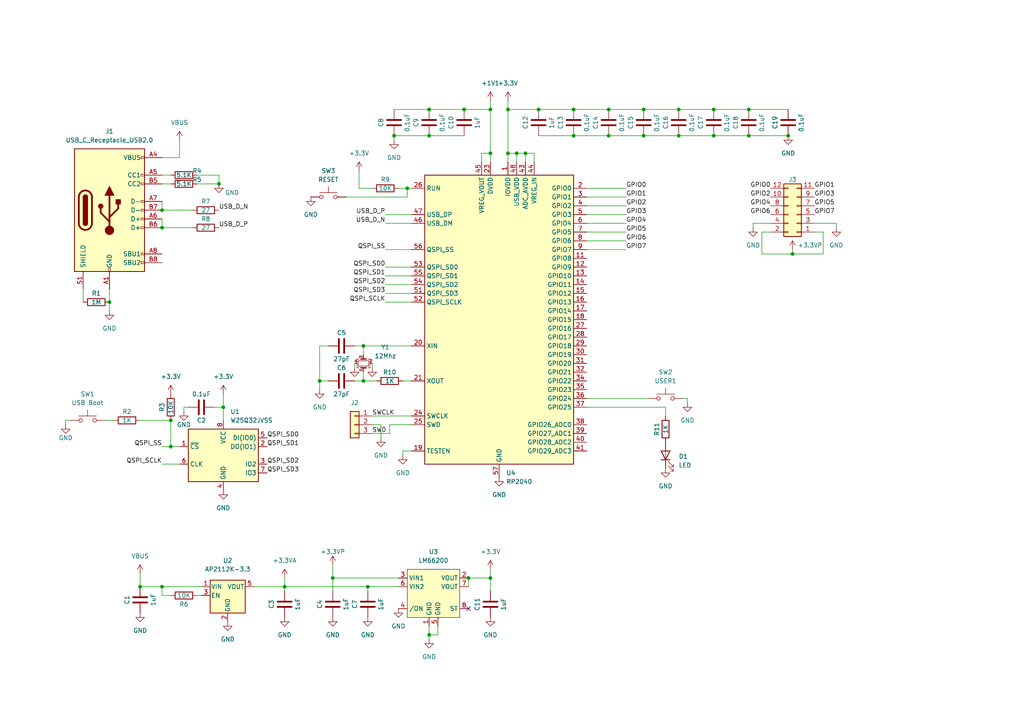
<source format=kicad_sch>
(kicad_sch (version 20211123) (generator eeschema)
  (paper "A4")
  (lib_symbols
    (symbol "Connector:USB_C_Receptacle_USB2.0" (pin_names (offset 1.016))
      (property "Reference" "J" (at -10.16 19.05 0))
      (property "Value" "USB_C_Receptacle_USB2.0" (at 19.05 19.05 0))
      (symbol "USB_C_Receptacle_USB2.0_0_0"
        (rectangle (start -0.254 -17.78) (end 0.254 -16.764))
        (rectangle (start 10.16 -14.986) (end 9.144 -15.494))
        (rectangle (start 10.16 -12.446) (end 9.144 -12.954))
        (rectangle (start 10.16 -4.826) (end 9.144 -5.334))
        (rectangle (start 10.16 -2.286) (end 9.144 -2.794))
        (rectangle (start 10.16 0.254) (end 9.144 -0.254))
        (rectangle (start 10.16 2.794) (end 9.144 2.286))
        (rectangle (start 10.16 7.874) (end 9.144 7.366))
        (rectangle (start 10.16 10.414) (end 9.144 9.906))
        (rectangle (start 10.16 15.494) (end 9.144 14.986))
      )
      (symbol "USB_C_Receptacle_USB2.0_0_1"
        (rectangle (start -10.16 17.78) (end 10.16 -17.78) (stroke (width 0.254)) (fill (type background)))
        (arc (start -8.89 -3.81) (mid -6.985 -5.715) (end -5.08 -3.81) (stroke (width 0.508)))
        (arc (start -7.62 -3.81) (mid -6.985 -4.445) (end -6.35 -3.81) (stroke (width 0.254)))
        (arc (start -7.62 -3.81) (mid -6.985 -4.445) (end -6.35 -3.81) (stroke (width 0.254)) (fill (type outline)))
        (rectangle (start -7.62 -3.81) (end -6.35 3.81) (stroke (width 0.254)) (fill (type outline)))
        (arc (start -6.35 3.81) (mid -6.985 4.445) (end -7.62 3.81) (stroke (width 0.254)))
        (arc (start -6.35 3.81) (mid -6.985 4.445) (end -7.62 3.81) (stroke (width 0.254)) (fill (type outline)))
        (arc (start -5.08 3.81) (mid -6.985 5.715) (end -8.89 3.81) (stroke (width 0.508)))
        (circle (center -2.54 1.143) (radius 0.635) (stroke (width 0.254)) (fill (type outline)))
        (circle (center 0 -5.842) (radius 1.27) (fill (type outline)))
        (polyline (pts (xy -8.89 -3.81) (xy -8.89 3.81)) (stroke (width 0.508)))
        (polyline (pts (xy -5.08 3.81) (xy -5.08 -3.81)) (stroke (width 0.508)))
        (polyline (pts (xy 0 -5.842) (xy 0 4.318)) (stroke (width 0.508)))
        (polyline (pts (xy 0 -3.302) (xy -2.54 -0.762) (xy -2.54 0.508)) (stroke (width 0.508)))
        (polyline (pts (xy 0 -2.032) (xy 2.54 0.508) (xy 2.54 1.778)) (stroke (width 0.508)))
        (polyline (pts (xy -1.27 4.318) (xy 0 6.858) (xy 1.27 4.318) (xy -1.27 4.318)) (stroke (width 0.254)) (fill (type outline)))
        (rectangle (start 1.905 1.778) (end 3.175 3.048) (stroke (width 0.254)) (fill (type outline)))
      )
      (symbol "USB_C_Receptacle_USB2.0_1_1"
        (pin passive line (at 0 -22.86 90) (length 5.08) (name "GND") (number "A1"))
        (pin passive line (at 0 -22.86 90) (length 5.08) hide (name "GND") (number "A12"))
        (pin passive line (at 15.24 15.24 180) (length 5.08) (name "VBUS") (number "A4"))
        (pin bidirectional line (at 15.24 10.16 180) (length 5.08) (name "CC1") (number "A5"))
        (pin bidirectional line (at 15.24 -2.54 180) (length 5.08) (name "D+") (number "A6"))
        (pin bidirectional line (at 15.24 2.54 180) (length 5.08) (name "D-") (number "A7"))
        (pin bidirectional line (at 15.24 -12.7 180) (length 5.08) (name "SBU1") (number "A8"))
        (pin passive line (at 15.24 15.24 180) (length 5.08) hide (name "VBUS") (number "A9"))
        (pin passive line (at 0 -22.86 90) (length 5.08) hide (name "GND") (number "B1"))
        (pin passive line (at 0 -22.86 90) (length 5.08) hide (name "GND") (number "B12"))
        (pin passive line (at 15.24 15.24 180) (length 5.08) hide (name "VBUS") (number "B4"))
        (pin bidirectional line (at 15.24 7.62 180) (length 5.08) (name "CC2") (number "B5"))
        (pin bidirectional line (at 15.24 -5.08 180) (length 5.08) (name "D+") (number "B6"))
        (pin bidirectional line (at 15.24 0 180) (length 5.08) (name "D-") (number "B7"))
        (pin bidirectional line (at 15.24 -15.24 180) (length 5.08) (name "SBU2") (number "B8"))
        (pin passive line (at 15.24 15.24 180) (length 5.08) hide (name "VBUS") (number "B9"))
        (pin passive line (at -7.62 -22.86 90) (length 5.08) (name "SHIELD") (number "S1"))
      )
    )
    (symbol "Connector_Generic:Conn_01x03" (pin_names (offset 1.016) hide)
      (property "Reference" "J" (at 0 5.08 0))
      (property "Value" "Conn_01x03" (at 0 -5.08 0))
      (symbol "Conn_01x03_1_1"
        (rectangle (start -1.27 -2.413) (end 0 -2.667) (stroke (width 0.1524)))
        (rectangle (start -1.27 0.127) (end 0 -0.127) (stroke (width 0.1524)))
        (rectangle (start -1.27 2.667) (end 0 2.413) (stroke (width 0.1524)))
        (rectangle (start -1.27 3.81) (end 1.27 -3.81) (stroke (width 0.254)) (fill (type background)))
        (pin passive line (at -5.08 2.54 0) (length 3.81) (name "Pin_1") (number "1"))
        (pin passive line (at -5.08 0 0) (length 3.81) (name "Pin_2") (number "2"))
        (pin passive line (at -5.08 -2.54 0) (length 3.81) (name "Pin_3") (number "3"))
      )
    )
    (symbol "Connector_Generic:Conn_02x06_Odd_Even" (pin_names (offset 1.016) hide)
      (property "Reference" "J" (at 1.27 7.62 0))
      (property "Value" "Conn_02x06_Odd_Even" (at 1.27 -10.16 0))
      (symbol "Conn_02x06_Odd_Even_1_1"
        (rectangle (start -1.27 -7.493) (end 0 -7.747) (stroke (width 0.1524)))
        (rectangle (start -1.27 -4.953) (end 0 -5.207) (stroke (width 0.1524)))
        (rectangle (start -1.27 -2.413) (end 0 -2.667) (stroke (width 0.1524)))
        (rectangle (start -1.27 0.127) (end 0 -0.127) (stroke (width 0.1524)))
        (rectangle (start -1.27 2.667) (end 0 2.413) (stroke (width 0.1524)))
        (rectangle (start -1.27 5.207) (end 0 4.953) (stroke (width 0.1524)))
        (rectangle (start -1.27 6.35) (end 3.81 -8.89) (stroke (width 0.254)) (fill (type background)))
        (rectangle (start 3.81 -7.493) (end 2.54 -7.747) (stroke (width 0.1524)))
        (rectangle (start 3.81 -4.953) (end 2.54 -5.207) (stroke (width 0.1524)))
        (rectangle (start 3.81 -2.413) (end 2.54 -2.667) (stroke (width 0.1524)))
        (rectangle (start 3.81 0.127) (end 2.54 -0.127) (stroke (width 0.1524)))
        (rectangle (start 3.81 2.667) (end 2.54 2.413) (stroke (width 0.1524)))
        (rectangle (start 3.81 5.207) (end 2.54 4.953) (stroke (width 0.1524)))
        (pin passive line (at -5.08 5.08 0) (length 3.81) (name "Pin_1") (number "1"))
        (pin passive line (at 7.62 -5.08 180) (length 3.81) (name "Pin_10") (number "10"))
        (pin passive line (at -5.08 -7.62 0) (length 3.81) (name "Pin_11") (number "11"))
        (pin passive line (at 7.62 -7.62 180) (length 3.81) (name "Pin_12") (number "12"))
        (pin passive line (at 7.62 5.08 180) (length 3.81) (name "Pin_2") (number "2"))
        (pin passive line (at -5.08 2.54 0) (length 3.81) (name "Pin_3") (number "3"))
        (pin passive line (at 7.62 2.54 180) (length 3.81) (name "Pin_4") (number "4"))
        (pin passive line (at -5.08 0 0) (length 3.81) (name "Pin_5") (number "5"))
        (pin passive line (at 7.62 0 180) (length 3.81) (name "Pin_6") (number "6"))
        (pin passive line (at -5.08 -2.54 0) (length 3.81) (name "Pin_7") (number "7"))
        (pin passive line (at 7.62 -2.54 180) (length 3.81) (name "Pin_8") (number "8"))
        (pin passive line (at -5.08 -5.08 0) (length 3.81) (name "Pin_9") (number "9"))
      )
    )
    (symbol "Device:C" (pin_numbers hide) (pin_names (offset 0.254))
      (property "Reference" "C" (at 0.635 2.54 0))
      (property "Value" "C" (at 0.635 -2.54 0))
      (symbol "C_0_1"
        (polyline (pts (xy -2.032 -0.762) (xy 2.032 -0.762)) (stroke (width 0.508)))
        (polyline (pts (xy -2.032 0.762) (xy 2.032 0.762)) (stroke (width 0.508)))
      )
      (symbol "C_1_1"
        (pin passive line (at 0 3.81 270) (length 2.794) (name "~") (number "1"))
        (pin passive line (at 0 -3.81 90) (length 2.794) (name "~") (number "2"))
      )
    )
    (symbol "Device:Crystal_GND24_Small" (pin_names (offset 1.016) hide)
      (property "Reference" "Y" (at 1.27 4.445 0))
      (property "Value" "Crystal_GND24_Small" (at 1.27 2.54 0))
      (symbol "Crystal_GND24_Small_0_1"
        (rectangle (start -0.762 -1.524) (end 0.762 1.524))
        (polyline (pts (xy -1.27 -0.762) (xy -1.27 0.762)) (stroke (width 0.381)))
        (polyline (pts (xy 1.27 -0.762) (xy 1.27 0.762)) (stroke (width 0.381)))
        (polyline (pts (xy -1.27 -1.27) (xy -1.27 -1.905) (xy 1.27 -1.905) (xy 1.27 -1.27)))
        (polyline (pts (xy -1.27 1.27) (xy -1.27 1.905) (xy 1.27 1.905) (xy 1.27 1.27)))
      )
      (symbol "Crystal_GND24_Small_1_1"
        (pin passive line (at -2.54 0 0) (length 1.27) (name "1") (number "1"))
        (pin passive line (at 0 -2.54 90) (length 0.635) (name "2") (number "2"))
        (pin passive line (at 2.54 0 180) (length 1.27) (name "3") (number "3"))
        (pin passive line (at 0 2.54 270) (length 0.635) (name "4") (number "4"))
      )
    )
    (symbol "Device:LED" (pin_numbers hide) (pin_names (offset 1.016) hide)
      (property "Reference" "D" (at 0 2.54 0))
      (property "Value" "LED" (at 0 -2.54 0))
      (symbol "LED_0_1"
        (polyline (pts (xy -1.27 -1.27) (xy -1.27 1.27)) (stroke (width 0.254)))
        (polyline (pts (xy -1.27 0) (xy 1.27 0)))
        (polyline (pts (xy 1.27 -1.27) (xy 1.27 1.27) (xy -1.27 0) (xy 1.27 -1.27)) (stroke (width 0.254)))
        (polyline (pts (xy -3.048 -0.762) (xy -4.572 -2.286) (xy -3.81 -2.286) (xy -4.572 -2.286) (xy -4.572 -1.524)))
        (polyline (pts (xy -1.778 -0.762) (xy -3.302 -2.286) (xy -2.54 -2.286) (xy -3.302 -2.286) (xy -3.302 -1.524)))
      )
      (symbol "LED_1_1"
        (pin passive line (at -3.81 0 0) (length 2.54) (name "K") (number "1"))
        (pin passive line (at 3.81 0 180) (length 2.54) (name "A") (number "2"))
      )
    )
    (symbol "Device:R" (pin_numbers hide) (pin_names (offset 0))
      (property "Reference" "R" (at 2.032 0 90))
      (property "Value" "R" (at 0 0 90))
      (symbol "R_0_1"
        (rectangle (start -1.016 -2.54) (end 1.016 2.54) (stroke (width 0.254)))
      )
      (symbol "R_1_1"
        (pin passive line (at 0 3.81 270) (length 1.27) (name "~") (number "1"))
        (pin passive line (at 0 -3.81 90) (length 1.27) (name "~") (number "2"))
      )
    )
    (symbol "MCU_RaspberryPi:RP2040"
      (property "Reference" "U" (at 17.78 45.72 0))
      (property "Value" "RP2040" (at 17.78 43.18 0))
      (symbol "RP2040_0_1"
        (rectangle (start -21.59 41.91) (end 21.59 -41.91) (stroke (width 0.254)) (fill (type background)))
      )
      (symbol "RP2040_1_1"
        (pin power_in line (at 2.54 45.72 270) (length 3.81) (name "IOVDD") (number "1"))
        (pin passive line (at 2.54 45.72 270) (length 3.81) hide (name "IOVDD") (number "10"))
        (pin bidirectional line (at 25.4 17.78 180) (length 3.81) (name "GPIO8") (number "11"))
        (pin bidirectional line (at 25.4 15.24 180) (length 3.81) (name "GPIO9") (number "12"))
        (pin bidirectional line (at 25.4 12.7 180) (length 3.81) (name "GPIO10") (number "13"))
        (pin bidirectional line (at 25.4 10.16 180) (length 3.81) (name "GPIO11") (number "14"))
        (pin bidirectional line (at 25.4 7.62 180) (length 3.81) (name "GPIO12") (number "15"))
        (pin bidirectional line (at 25.4 5.08 180) (length 3.81) (name "GPIO13") (number "16"))
        (pin bidirectional line (at 25.4 2.54 180) (length 3.81) (name "GPIO14") (number "17"))
        (pin bidirectional line (at 25.4 0 180) (length 3.81) (name "GPIO15") (number "18"))
        (pin input line (at -25.4 -38.1 0) (length 3.81) (name "TESTEN") (number "19"))
        (pin bidirectional line (at 25.4 38.1 180) (length 3.81) (name "GPIO0") (number "2"))
        (pin input line (at -25.4 -7.62 0) (length 3.81) (name "XIN") (number "20"))
        (pin passive line (at -25.4 -17.78 0) (length 3.81) (name "XOUT") (number "21"))
        (pin passive line (at 2.54 45.72 270) (length 3.81) hide (name "IOVDD") (number "22"))
        (pin power_in line (at -2.54 45.72 270) (length 3.81) (name "DVDD") (number "23"))
        (pin output line (at -25.4 -27.94 0) (length 3.81) (name "SWCLK") (number "24"))
        (pin bidirectional line (at -25.4 -30.48 0) (length 3.81) (name "SWD") (number "25"))
        (pin input line (at -25.4 38.1 0) (length 3.81) (name "RUN") (number "26"))
        (pin bidirectional line (at 25.4 -2.54 180) (length 3.81) (name "GPIO16") (number "27"))
        (pin bidirectional line (at 25.4 -5.08 180) (length 3.81) (name "GPIO17") (number "28"))
        (pin bidirectional line (at 25.4 -7.62 180) (length 3.81) (name "GPIO18") (number "29"))
        (pin bidirectional line (at 25.4 35.56 180) (length 3.81) (name "GPIO1") (number "3"))
        (pin bidirectional line (at 25.4 -10.16 180) (length 3.81) (name "GPIO19") (number "30"))
        (pin bidirectional line (at 25.4 -12.7 180) (length 3.81) (name "GPIO20") (number "31"))
        (pin bidirectional line (at 25.4 -15.24 180) (length 3.81) (name "GPIO21") (number "32"))
        (pin passive line (at 2.54 45.72 270) (length 3.81) hide (name "IOVDD") (number "33"))
        (pin bidirectional line (at 25.4 -17.78 180) (length 3.81) (name "GPIO22") (number "34"))
        (pin bidirectional line (at 25.4 -20.32 180) (length 3.81) (name "GPIO23") (number "35"))
        (pin bidirectional line (at 25.4 -22.86 180) (length 3.81) (name "GPIO24") (number "36"))
        (pin bidirectional line (at 25.4 -25.4 180) (length 3.81) (name "GPIO25") (number "37"))
        (pin bidirectional line (at 25.4 -30.48 180) (length 3.81) (name "GPIO26_ADC0") (number "38"))
        (pin bidirectional line (at 25.4 -33.02 180) (length 3.81) (name "GPIO27_ADC1") (number "39"))
        (pin bidirectional line (at 25.4 33.02 180) (length 3.81) (name "GPIO2") (number "4"))
        (pin bidirectional line (at 25.4 -35.56 180) (length 3.81) (name "GPIO28_ADC2") (number "40"))
        (pin bidirectional line (at 25.4 -38.1 180) (length 3.81) (name "GPIO29_ADC3") (number "41"))
        (pin passive line (at 2.54 45.72 270) (length 3.81) hide (name "IOVDD") (number "42"))
        (pin power_in line (at 7.62 45.72 270) (length 3.81) (name "ADC_AVDD") (number "43"))
        (pin power_in line (at 10.16 45.72 270) (length 3.81) (name "VREG_IN") (number "44"))
        (pin power_out line (at -5.08 45.72 270) (length 3.81) (name "VREG_VOUT") (number "45"))
        (pin bidirectional line (at -25.4 27.94 0) (length 3.81) (name "USB_DM") (number "46"))
        (pin bidirectional line (at -25.4 30.48 0) (length 3.81) (name "USB_DP") (number "47"))
        (pin power_in line (at 5.08 45.72 270) (length 3.81) (name "USB_VDD") (number "48"))
        (pin passive line (at 2.54 45.72 270) (length 3.81) hide (name "IOVDD") (number "49"))
        (pin bidirectional line (at 25.4 30.48 180) (length 3.81) (name "GPIO3") (number "5"))
        (pin passive line (at -2.54 45.72 270) (length 3.81) hide (name "DVDD") (number "50"))
        (pin bidirectional line (at -25.4 7.62 0) (length 3.81) (name "QSPI_SD3") (number "51"))
        (pin output line (at -25.4 5.08 0) (length 3.81) (name "QSPI_SCLK") (number "52"))
        (pin bidirectional line (at -25.4 15.24 0) (length 3.81) (name "QSPI_SD0") (number "53"))
        (pin bidirectional line (at -25.4 10.16 0) (length 3.81) (name "QSPI_SD2") (number "54"))
        (pin bidirectional line (at -25.4 12.7 0) (length 3.81) (name "QSPI_SD1") (number "55"))
        (pin bidirectional line (at -25.4 20.32 0) (length 3.81) (name "QSPI_SS") (number "56"))
        (pin power_in line (at 0 -45.72 90) (length 3.81) (name "GND") (number "57"))
        (pin bidirectional line (at 25.4 27.94 180) (length 3.81) (name "GPIO4") (number "6"))
        (pin bidirectional line (at 25.4 25.4 180) (length 3.81) (name "GPIO5") (number "7"))
        (pin bidirectional line (at 25.4 22.86 180) (length 3.81) (name "GPIO6") (number "8"))
        (pin bidirectional line (at 25.4 20.32 180) (length 3.81) (name "GPIO7") (number "9"))
      )
    )
    (symbol "Memory_Flash:W25Q32JVSS"
      (property "Reference" "U" (at -8.89 8.89 0))
      (property "Value" "W25Q32JVSS" (at 7.62 8.89 0))
      (symbol "W25Q32JVSS_0_1"
        (rectangle (start -10.16 7.62) (end 10.16 -7.62) (stroke (width 0.254)) (fill (type background)))
      )
      (symbol "W25Q32JVSS_1_1"
        (pin input line (at -12.7 2.54 0) (length 2.54) (name "~{CS}") (number "1"))
        (pin bidirectional line (at 12.7 2.54 180) (length 2.54) (name "DO(IO1)") (number "2"))
        (pin bidirectional line (at 12.7 -2.54 180) (length 2.54) (name "IO2") (number "3"))
        (pin power_in line (at 0 -10.16 90) (length 2.54) (name "GND") (number "4"))
        (pin bidirectional line (at 12.7 5.08 180) (length 2.54) (name "DI(IO0)") (number "5"))
        (pin input line (at -12.7 -2.54 0) (length 2.54) (name "CLK") (number "6"))
        (pin bidirectional line (at 12.7 -5.08 180) (length 2.54) (name "IO3") (number "7"))
        (pin power_in line (at 0 10.16 270) (length 2.54) (name "VCC") (number "8"))
      )
    )
    (symbol "Regulator_Linear:AP2112K-3.3" (pin_names (offset 0.254))
      (property "Reference" "U" (at -5.08 5.715 0))
      (property "Value" "AP2112K-3.3" (at 0 5.715 0))
      (symbol "AP2112K-3.3_0_1"
        (rectangle (start -5.08 4.445) (end 5.08 -5.08) (stroke (width 0.254)) (fill (type background)))
      )
      (symbol "AP2112K-3.3_1_1"
        (pin power_in line (at -7.62 2.54 0) (length 2.54) (name "VIN") (number "1"))
        (pin power_in line (at 0 -7.62 90) (length 2.54) (name "GND") (number "2"))
        (pin input line (at -7.62 0 0) (length 2.54) (name "EN") (number "3"))
        (pin no_connect line (at 5.08 0 180) (length 2.54) hide (name "NC") (number "4"))
        (pin power_out line (at 7.62 2.54 180) (length 2.54) (name "VOUT") (number "5"))
      )
    )
    (symbol "Switch:SW_Push" (pin_numbers hide) (pin_names (offset 1.016) hide)
      (property "Reference" "SW" (at 1.27 2.54 0))
      (property "Value" "SW_Push" (at 0 -1.524 0))
      (symbol "SW_Push_0_1"
        (circle (center -2.032 0) (radius 0.508))
        (polyline (pts (xy 0 1.27) (xy 0 3.048)))
        (polyline (pts (xy 2.54 1.27) (xy -2.54 1.27)))
        (circle (center 2.032 0) (radius 0.508))
        (pin passive line (at -5.08 0 0) (length 2.54) (name "1") (number "1"))
        (pin passive line (at 5.08 0 180) (length 2.54) (name "2") (number "2"))
      )
    )
    (symbol "power:+1V1" (power) (pin_names (offset 0))
      (property "Value" "+1V1" (at 0 3.556 0))
      (symbol "+1V1_0_1"
        (polyline (pts (xy -0.762 1.27) (xy 0 2.54)))
        (polyline (pts (xy 0 0) (xy 0 2.54)))
        (polyline (pts (xy 0 2.54) (xy 0.762 1.27)))
      )
      (symbol "+1V1_1_1"
        (pin power_in line (at 0 0 90) (length 0) hide (name "+1V1") (number "1"))
      )
    )
    (symbol "power:+3.3V" (power) (pin_names (offset 0))
      (property "Value" "+3.3V" (at 0 3.556 0))
      (symbol "+3.3V_0_1"
        (polyline (pts (xy -0.762 1.27) (xy 0 2.54)))
        (polyline (pts (xy 0 0) (xy 0 2.54)))
        (polyline (pts (xy 0 2.54) (xy 0.762 1.27)))
      )
      (symbol "+3.3V_1_1"
        (pin power_in line (at 0 0 90) (length 0) hide (name "+3.3V") (number "1"))
      )
    )
    (symbol "power:+3.3VA" (power) (pin_names (offset 0))
      (property "Value" "+3.3VA" (at 0 3.556 0))
      (symbol "+3.3VA_0_1"
        (polyline (pts (xy -0.762 1.27) (xy 0 2.54)))
        (polyline (pts (xy 0 0) (xy 0 2.54)))
        (polyline (pts (xy 0 2.54) (xy 0.762 1.27)))
      )
      (symbol "+3.3VA_1_1"
        (pin power_in line (at 0 0 90) (length 0) hide (name "+3.3VA") (number "1"))
      )
    )
    (symbol "power:+3.3VP" (power) (pin_names (offset 0))
      (property "Value" "+3.3VP" (at 0 2.54 0))
      (symbol "+3.3VP_0_0"
        (pin power_in line (at 0 0 90) (length 0) hide (name "+3.3VP") (number "1"))
      )
      (symbol "+3.3VP_0_1"
        (polyline (pts (xy -0.762 1.27) (xy 0 2.54)))
        (polyline (pts (xy 0 0) (xy 0 2.54)))
        (polyline (pts (xy 0 2.54) (xy 0.762 1.27)))
      )
    )
    (symbol "power:GND" (power) (pin_names (offset 0))
      (property "Value" "GND" (at 0 -3.81 0))
      (symbol "GND_0_1"
        (polyline (pts (xy 0 0) (xy 0 -1.27) (xy 1.27 -1.27) (xy 0 -2.54) (xy -1.27 -1.27) (xy 0 -1.27)))
      )
      (symbol "GND_1_1"
        (pin power_in line (at 0 0 270) (length 0) hide (name "GND") (number "1"))
      )
    )
    (symbol "power:VBUS" (power) (pin_names (offset 0))
      (property "Value" "VBUS" (at 0 3.81 0))
      (symbol "VBUS_0_1"
        (polyline (pts (xy -0.762 1.27) (xy 0 2.54)))
        (polyline (pts (xy 0 0) (xy 0 2.54)))
        (polyline (pts (xy 0 2.54) (xy 0.762 1.27)))
      )
      (symbol "VBUS_1_1"
        (pin power_in line (at 0 0 90) (length 0) hide (name "VBUS") (number "1"))
      )
    )
    (symbol "rp2040-pmod:LM66200"
      (property "Reference" "U" (at 0 8.89 0))
      (property "Value" "LM66200" (at 0 6.35 0))
      (symbol "LM66200_0_1"
        (rectangle (start -7.62 5.08) (end 7.62 -8.89) (fill (type background)))
      )
      (symbol "LM66200_1_1"
        (pin power_in line (at -1.27 -11.43 90) (length 2.54) (name "GND") (number "1"))
        (pin power_out line (at 10.16 2.54 180) (length 2.54) (name "VOUT") (number "2"))
        (pin input line (at -10.16 2.54 0) (length 2.54) (name "VIN1") (number "3"))
        (pin input line (at -10.16 -6.35 0) (length 2.54) (name "/ON") (number "4"))
        (pin power_in line (at 1.27 -11.43 90) (length 2.54) (name "GND") (number "5"))
        (pin input line (at -10.16 0 0) (length 2.54) (name "VIN2") (number "6"))
        (pin power_out line (at 10.16 0 180) (length 2.54) (name "VOUT") (number "7"))
        (pin output line (at 10.16 -6.35 180) (length 2.54) (name "ST") (number "8"))
      )
    )
  )
  (junction (at 105.41 100.33))
  (junction (at 196.85 39.37))
  (junction (at 142.24 167.64))
  (junction (at 186.69 31.75))
  (junction (at 118.11 54.61))
  (junction (at 40.64 170.18))
  (junction (at 142.24 31.75))
  (junction (at 207.01 39.37))
  (junction (at 31.75 87.63))
  (junction (at 82.55 170.18))
  (junction (at 176.53 39.37))
  (junction (at 49.53 121.92))
  (junction (at 106.68 170.18))
  (junction (at 63.5 53.34))
  (junction (at 217.17 39.37))
  (junction (at 147.32 31.75))
  (junction (at 135.89 167.64))
  (junction (at 96.52 167.64))
  (junction (at 124.46 39.37))
  (junction (at 166.37 39.37))
  (junction (at 149.86 44.45))
  (junction (at 105.41 110.49))
  (junction (at 176.53 31.75))
  (junction (at 134.62 31.75))
  (junction (at 229.87 73.66))
  (junction (at 147.32 44.45))
  (junction (at 124.46 184.15))
  (junction (at 156.21 31.75))
  (junction (at 152.4 44.45))
  (junction (at 46.99 170.18))
  (junction (at 228.6 39.37))
  (junction (at 217.17 31.75))
  (junction (at 166.37 31.75))
  (junction (at 186.69 39.37))
  (junction (at 92.71 110.49))
  (junction (at 49.53 129.54))
  (junction (at 64.77 118.11))
  (junction (at 114.3 39.37))
  (junction (at 124.46 31.75))
  (junction (at 46.99 60.96))
  (junction (at 207.01 31.75))
  (junction (at 46.99 66.04))
  (junction (at 196.85 31.75))
  (junction (at 142.24 44.45))
  (no_connect (at 135.89 176.53))
  (wire (pts (xy 46.99 66.04) (xy 55.88 66.04)))
  (wire (pts (xy 119.38 100.33) (xy 105.41 100.33)))
  (wire (pts (xy 207.01 39.37) (xy 217.17 39.37)))
  (wire (pts (xy 104.14 49.53) (xy 104.14 54.61)))
  (wire (pts (xy 156.21 31.75) (xy 166.37 31.75)))
  (wire (pts (xy 142.24 167.64) (xy 142.24 171.45)))
  (wire (pts (xy 229.87 73.66) (xy 238.76 73.66)))
  (wire (pts (xy 46.99 50.8) (xy 49.53 50.8)))
  (wire (pts (xy 62.23 118.11) (xy 64.77 118.11)))
  (wire (pts (xy 82.55 170.18) (xy 82.55 171.45)))
  (wire (pts (xy 96.52 167.64) (xy 96.52 171.45)))
  (wire (pts (xy 31.75 87.63) (xy 31.75 90.17)))
  (wire (pts (xy 64.77 114.3) (xy 64.77 118.11)))
  (wire (pts (xy 154.94 44.45) (xy 152.4 44.45)))
  (wire (pts (xy 111.76 62.23) (xy 119.38 62.23)))
  (wire (pts (xy 52.07 40.64) (xy 52.07 45.72)))
  (wire (pts (xy 218.44 64.77) (xy 218.44 66.04)))
  (wire (pts (xy 170.18 118.11) (xy 193.04 118.11)))
  (wire (pts (xy 186.69 39.37) (xy 196.85 39.37)))
  (wire (pts (xy 102.87 106.68) (xy 102.87 105.41)))
  (wire (pts (xy 149.86 46.99) (xy 149.86 44.45)))
  (wire (pts (xy 149.86 44.45) (xy 147.32 44.45)))
  (wire (pts (xy 142.24 29.21) (xy 142.24 31.75)))
  (wire (pts (xy 111.76 64.77) (xy 119.38 64.77)))
  (wire (pts (xy 105.41 100.33) (xy 105.41 102.87)))
  (wire (pts (xy 96.52 167.64) (xy 96.52 163.83)))
  (wire (pts (xy 24.13 83.82) (xy 24.13 87.63)))
  (wire (pts (xy 147.32 44.45) (xy 147.32 46.99)))
  (wire (pts (xy 106.68 170.18) (xy 106.68 171.45)))
  (wire (pts (xy 223.52 64.77) (xy 218.44 64.77)))
  (wire (pts (xy 115.57 167.64) (xy 96.52 167.64)))
  (wire (pts (xy 52.07 45.72) (xy 46.99 45.72)))
  (wire (pts (xy 105.41 107.95) (xy 105.41 110.49)))
  (wire (pts (xy 170.18 72.39) (xy 181.61 72.39)))
  (wire (pts (xy 170.18 57.15) (xy 181.61 57.15)))
  (wire (pts (xy 119.38 130.81) (xy 116.84 130.81)))
  (wire (pts (xy 57.15 53.34) (xy 63.5 53.34)))
  (wire (pts (xy 111.76 72.39) (xy 119.38 72.39)))
  (wire (pts (xy 113.03 125.73) (xy 113.03 123.19)))
  (wire (pts (xy 196.85 39.37) (xy 207.01 39.37)))
  (wire (pts (xy 124.46 184.15) (xy 124.46 185.42)))
  (wire (pts (xy 193.04 118.11) (xy 193.04 120.65)))
  (wire (pts (xy 110.49 123.19) (xy 107.95 123.19)))
  (wire (pts (xy 115.57 54.61) (xy 118.11 54.61)))
  (wire (pts (xy 116.84 110.49) (xy 119.38 110.49)))
  (wire (pts (xy 40.64 121.92) (xy 49.53 121.92)))
  (wire (pts (xy 111.76 77.47) (xy 119.38 77.47)))
  (wire (pts (xy 220.98 67.31) (xy 220.98 73.66)))
  (wire (pts (xy 127 181.61) (xy 127 184.15)))
  (wire (pts (xy 166.37 39.37) (xy 176.53 39.37)))
  (wire (pts (xy 46.99 60.96) (xy 55.88 60.96)))
  (wire (pts (xy 127 184.15) (xy 124.46 184.15)))
  (wire (pts (xy 135.89 167.64) (xy 135.89 170.18)))
  (wire (pts (xy 124.46 181.61) (xy 124.46 184.15)))
  (wire (pts (xy 186.69 31.75) (xy 196.85 31.75)))
  (wire (pts (xy 106.68 170.18) (xy 115.57 170.18)))
  (wire (pts (xy 170.18 54.61) (xy 181.61 54.61)))
  (wire (pts (xy 114.3 39.37) (xy 114.3 40.64)))
  (wire (pts (xy 110.49 123.19) (xy 110.49 127)))
  (wire (pts (xy 152.4 46.99) (xy 152.4 44.45)))
  (wire (pts (xy 147.32 29.21) (xy 147.32 31.75)))
  (wire (pts (xy 217.17 39.37) (xy 228.6 39.37)))
  (wire (pts (xy 242.57 64.77) (xy 242.57 66.04)))
  (wire (pts (xy 124.46 31.75) (xy 134.62 31.75)))
  (wire (pts (xy 142.24 44.45) (xy 142.24 46.99)))
  (wire (pts (xy 113.03 123.19) (xy 119.38 123.19)))
  (wire (pts (xy 135.89 167.64) (xy 142.24 167.64)))
  (wire (pts (xy 40.64 166.37) (xy 40.64 170.18)))
  (wire (pts (xy 114.3 39.37) (xy 124.46 39.37)))
  (wire (pts (xy 111.76 82.55) (xy 119.38 82.55)))
  (wire (pts (xy 229.87 73.66) (xy 229.87 72.39)))
  (wire (pts (xy 49.53 121.92) (xy 49.53 129.54)))
  (wire (pts (xy 46.99 58.42) (xy 46.99 60.96)))
  (wire (pts (xy 30.48 121.92) (xy 33.02 121.92)))
  (wire (pts (xy 199.39 116.84) (xy 199.39 115.57)))
  (wire (pts (xy 46.99 129.54) (xy 49.53 129.54)))
  (wire (pts (xy 102.87 100.33) (xy 105.41 100.33)))
  (wire (pts (xy 46.99 63.5) (xy 46.99 66.04)))
  (wire (pts (xy 102.87 110.49) (xy 105.41 110.49)))
  (wire (pts (xy 147.32 31.75) (xy 147.32 44.45)))
  (wire (pts (xy 170.18 59.69) (xy 181.61 59.69)))
  (wire (pts (xy 220.98 73.66) (xy 229.87 73.66)))
  (wire (pts (xy 107.95 120.65) (xy 119.38 120.65)))
  (wire (pts (xy 196.85 31.75) (xy 207.01 31.75)))
  (wire (pts (xy 73.66 170.18) (xy 82.55 170.18)))
  (wire (pts (xy 92.71 110.49) (xy 95.25 110.49)))
  (wire (pts (xy 142.24 167.64) (xy 142.24 165.1)))
  (wire (pts (xy 207.01 31.75) (xy 217.17 31.75)))
  (wire (pts (xy 53.34 118.11) (xy 53.34 119.38)))
  (wire (pts (xy 166.37 31.75) (xy 176.53 31.75)))
  (wire (pts (xy 40.64 170.18) (xy 46.99 170.18)))
  (wire (pts (xy 139.7 44.45) (xy 142.24 44.45)))
  (wire (pts (xy 92.71 110.49) (xy 92.71 113.03)))
  (wire (pts (xy 46.99 172.72) (xy 49.53 172.72)))
  (wire (pts (xy 199.39 115.57) (xy 198.12 115.57)))
  (wire (pts (xy 64.77 118.11) (xy 64.77 121.92)))
  (wire (pts (xy 19.05 121.92) (xy 19.05 123.19)))
  (wire (pts (xy 223.52 67.31) (xy 220.98 67.31)))
  (wire (pts (xy 170.18 67.31) (xy 181.61 67.31)))
  (wire (pts (xy 46.99 134.62) (xy 52.07 134.62)))
  (wire (pts (xy 236.22 64.77) (xy 242.57 64.77)))
  (wire (pts (xy 31.75 83.82) (xy 31.75 87.63)))
  (wire (pts (xy 46.99 53.34) (xy 49.53 53.34)))
  (wire (pts (xy 82.55 170.18) (xy 106.68 170.18)))
  (wire (pts (xy 238.76 73.66) (xy 238.76 67.31)))
  (wire (pts (xy 176.53 39.37) (xy 186.69 39.37)))
  (wire (pts (xy 58.42 170.18) (xy 46.99 170.18)))
  (wire (pts (xy 170.18 69.85) (xy 181.61 69.85)))
  (wire (pts (xy 111.76 80.01) (xy 119.38 80.01)))
  (wire (pts (xy 111.76 87.63) (xy 119.38 87.63)))
  (wire (pts (xy 82.55 167.64) (xy 82.55 170.18)))
  (wire (pts (xy 111.76 85.09) (xy 119.38 85.09)))
  (wire (pts (xy 170.18 62.23) (xy 181.61 62.23)))
  (wire (pts (xy 118.11 54.61) (xy 119.38 54.61)))
  (wire (pts (xy 104.14 54.61) (xy 107.95 54.61)))
  (wire (pts (xy 134.62 31.75) (xy 142.24 31.75)))
  (wire (pts (xy 95.25 100.33) (xy 92.71 100.33)))
  (wire (pts (xy 154.94 46.99) (xy 154.94 44.45)))
  (wire (pts (xy 156.21 39.37) (xy 166.37 39.37)))
  (wire (pts (xy 54.61 118.11) (xy 53.34 118.11)))
  (wire (pts (xy 105.41 110.49) (xy 109.22 110.49)))
  (wire (pts (xy 116.84 130.81) (xy 116.84 132.08)))
  (wire (pts (xy 238.76 67.31) (xy 236.22 67.31)))
  (wire (pts (xy 147.32 31.75) (xy 156.21 31.75)))
  (wire (pts (xy 92.71 100.33) (xy 92.71 110.49)))
  (wire (pts (xy 57.15 50.8) (xy 63.5 50.8)))
  (wire (pts (xy 118.11 57.15) (xy 100.33 57.15)))
  (wire (pts (xy 63.5 50.8) (xy 63.5 53.34)))
  (wire (pts (xy 152.4 44.45) (xy 149.86 44.45)))
  (wire (pts (xy 142.24 31.75) (xy 142.24 44.45)))
  (wire (pts (xy 124.46 39.37) (xy 134.62 39.37)))
  (wire (pts (xy 187.96 115.57) (xy 170.18 115.57)))
  (wire (pts (xy 176.53 31.75) (xy 186.69 31.75)))
  (wire (pts (xy 114.3 31.75) (xy 124.46 31.75)))
  (wire (pts (xy 118.11 54.61) (xy 118.11 57.15)))
  (wire (pts (xy 107.95 125.73) (xy 113.03 125.73)))
  (wire (pts (xy 49.53 129.54) (xy 52.07 129.54)))
  (wire (pts (xy 46.99 170.18) (xy 46.99 172.72)))
  (wire (pts (xy 217.17 31.75) (xy 228.6 31.75)))
  (wire (pts (xy 170.18 64.77) (xy 181.61 64.77)))
  (wire (pts (xy 57.15 172.72) (xy 58.42 172.72)))
  (wire (pts (xy 107.95 106.68) (xy 107.95 105.41)))
  (wire (pts (xy 20.32 121.92) (xy 19.05 121.92)))
  (wire (pts (xy 139.7 46.99) (xy 139.7 44.45)))
  (label "QSPI_SD2" (at 111.76 82.55 180))
  (label "GPIO4" (at 223.52 59.69 180))
  (label "QSPI_SS" (at 111.76 72.39 180))
  (label "GPIO5" (at 236.22 59.69 0))
  (label "QSPI_SD1" (at 111.76 80.01 180))
  (label "QSPI_SD1" (at 77.47 129.54 0))
  (label "QSPI_SD2" (at 77.47 134.62 0))
  (label "QSPI_SCLK" (at 46.99 134.62 180))
  (label "USB_D_N" (at 111.76 64.77 180))
  (label "GPIO5" (at 181.61 67.31 0))
  (label "QSPI_SCLK" (at 111.76 87.63 180))
  (label "USB_D_P" (at 111.76 62.23 180))
  (label "GPIO4" (at 181.61 64.77 0))
  (label "GPIO2" (at 223.52 57.15 180))
  (label "QSPI_SD0" (at 111.76 77.47 180))
  (label "GPIO2" (at 181.61 59.69 0))
  (label "GPIO3" (at 181.61 62.23 0))
  (label "GPIO7" (at 181.61 72.39 0))
  (label "SWCLK" (at 107.95 120.65 0))
  (label "GPIO1" (at 181.61 57.15 0))
  (label "QSPI_SS" (at 46.99 129.54 180))
  (label "GPIO0" (at 223.52 54.61 180))
  (label "USB_D_P" (at 63.5 66.04 0))
  (label "QSPI_SD0" (at 77.47 127 0))
  (label "GPIO0" (at 181.61 54.61 0))
  (label "GPIO1" (at 236.22 54.61 0))
  (label "GPIO3" (at 236.22 57.15 0))
  (label "USB_D_N" (at 63.5 60.96 0))
  (label "QSPI_SD3" (at 111.76 85.09 180))
  (label "QSPI_SD3" (at 77.47 137.16 0))
  (label "GPIO6" (at 181.61 69.85 0))
  (label "GPIO6" (at 223.52 62.23 180))
  (label "SWD" (at 107.95 125.73 0))
  (label "GPIO7" (at 236.22 62.23 0))
  (symbol (lib_id "power:GND") (at 110.49 127 0) (unit 1)
    (property "Reference" "#PWR0118" (effects hide))
    (property "Value" "GND" (at 110.49 132.08 0))
  )
  (symbol (lib_id "Device:R") (at 36.83 121.92 90) (unit 1)
    (property "Reference" "R2" (at 36.83 119.38 90))
    (property "Value" "1K" (at 36.83 121.92 90))
    (property "Footprint" "Resistor_SMD:R_0402_1005Metric" (effects hide))
  )
  (symbol (lib_id "power:GND") (at 115.57 176.53 0) (unit 1)
    (property "Reference" "#PWR0121" (effects hide))
    (property "Value" "GND" (at 115.57 181.61 0))
  )
  (symbol (lib_id "power:GND") (at 64.77 142.24 0) (unit 1)
    (property "Reference" "#PWR0106" (effects hide))
    (property "Value" "GND" (at 64.77 147.32 0))
  )
  (symbol (lib_id "Device:R") (at 59.69 60.96 90) (unit 1)
    (property "Reference" "R7" (at 59.69 58.42 90))
    (property "Value" "27" (at 59.69 60.96 90))
    (property "Footprint" "Resistor_SMD:R_0402_1005Metric" (effects hide))
  )
  (symbol (lib_id "Device:C") (at 228.6 35.56 180) (unit 1)
    (property "Reference" "C19" (at 224.79 35.56 90))
    (property "Value" "0.1uF" (at 232.41 35.56 90))
    (property "Footprint" "Capacitor_SMD:C_0402_1005Metric" (effects hide))
  )
  (symbol (lib_id "Device:C") (at 207.01 35.56 180) (unit 1)
    (property "Reference" "C17" (at 203.2 35.56 90))
    (property "Value" "0.1uF" (at 210.82 35.56 90))
    (property "Footprint" "Capacitor_SMD:C_0402_1005Metric" (effects hide))
  )
  (symbol (lib_id "Memory_Flash:W25Q32JVSS") (at 64.77 132.08 0) (unit 1)
    (property "Reference" "U1" (at 66.7894 119.38 0) (effects (justify left)))
    (property "Value" "W25Q32JVSS" (at 66.7894 121.92 0) (effects (justify left)))
    (property "Footprint" "Package_SO:SOIC-8_5.23x5.23mm_P1.27mm" (effects hide))
    (property "Datasheet" "http://www.winbond.com/resource-files/w25q32jv%20revg%2003272018%20plus.pdf" (effects hide))
  )
  (symbol (lib_id "Device:C") (at 166.37 35.56 180) (unit 1)
    (property "Reference" "C13" (at 162.56 35.56 90))
    (property "Value" "0.1uF" (at 170.18 35.56 90))
    (property "Footprint" "Capacitor_SMD:C_0402_1005Metric" (effects hide))
  )
  (symbol (lib_id "power:GND") (at 193.04 135.89 0) (unit 1)
    (property "Reference" "#PWR0130" (effects hide))
    (property "Value" "GND" (at 193.04 140.97 0))
  )
  (symbol (lib_id "power:GND") (at 242.57 66.04 0) (unit 1)
    (property "Reference" "#PWR0133" (effects hide))
    (property "Value" "GND" (at 242.57 71.12 0))
  )
  (symbol (lib_id "Device:C") (at 176.53 35.56 180) (unit 1)
    (property "Reference" "C14" (at 172.72 35.56 90))
    (property "Value" "0.1uF" (at 180.34 35.56 90))
    (property "Footprint" "Capacitor_SMD:C_0402_1005Metric" (effects hide))
  )
  (symbol (lib_id "power:GND") (at 90.17 57.15 0) (unit 1)
    (property "Reference" "#PWR0137" (effects hide))
    (property "Value" "GND" (at 90.17 62.23 0))
  )
  (symbol (lib_id "Device:R") (at 193.04 124.46 180) (unit 1)
    (property "Reference" "R11" (at 190.5 124.46 90))
    (property "Value" "1K" (at 193.04 124.46 90))
    (property "Footprint" "Resistor_SMD:R_0402_1005Metric" (effects hide))
  )
  (symbol (lib_id "power:+3.3VA") (at 82.55 167.64 0) (unit 1)
    (property "Reference" "#PWR0102" (effects hide))
    (property "Value" "+3.3VA" (at 82.55 162.56 0))
  )
  (symbol (lib_id "power:GND") (at 228.6 39.37 0) (unit 1)
    (property "Reference" "#PWR0134" (effects hide))
    (property "Value" "GND" (at 228.6 44.45 0))
  )
  (symbol (lib_id "Device:C") (at 142.24 175.26 180) (unit 1)
    (property "Reference" "C11" (at 138.43 175.26 90))
    (property "Value" "1uF" (at 146.05 175.26 90))
    (property "Footprint" "Capacitor_SMD:C_0402_1005Metric" (effects hide))
  )
  (symbol (lib_id "power:GND") (at 116.84 132.08 0) (unit 1)
    (property "Reference" "#PWR0128" (effects hide))
    (property "Value" "GND" (at 116.84 137.16 0))
  )
  (symbol (lib_id "Device:C") (at 82.55 175.26 180) (unit 1)
    (property "Reference" "C3" (at 78.74 175.26 90))
    (property "Value" "1uF" (at 86.36 175.26 90))
    (property "Footprint" "Capacitor_SMD:C_0402_1005Metric" (effects hide))
  )
  (symbol (lib_id "Device:R") (at 49.53 118.11 180) (unit 1)
    (property "Reference" "R3" (at 46.99 118.11 90))
    (property "Value" "10K" (at 49.53 118.11 90))
    (property "Footprint" "Resistor_SMD:R_0402_1005Metric" (effects hide))
  )
  (symbol (lib_id "power:GND") (at 53.34 119.38 0) (unit 1)
    (property "Reference" "#PWR0115" (effects hide))
    (property "Value" "GND" (at 53.34 123.19 0))
  )
  (symbol (lib_id "power:GND") (at 92.71 113.03 0) (unit 1)
    (property "Reference" "#PWR0116" (effects hide))
    (property "Value" "GND" (at 92.71 118.11 0))
  )
  (symbol (lib_id "power:+3.3V") (at 64.77 114.3 0) (unit 1)
    (property "Reference" "#PWR0113" (effects hide))
    (property "Value" "+3.3V" (at 64.77 109.22 0))
  )
  (symbol (lib_id "power:+1V1") (at 142.24 29.21 0) (unit 1)
    (property "Reference" "#PWR0124" (effects hide))
    (property "Value" "+1V1" (at 142.24 24.13 0))
  )
  (symbol (lib_id "power:GND") (at 31.75 90.17 0) (unit 1)
    (property "Reference" "#PWR0109" (effects hide))
    (property "Value" "GND" (at 31.75 95.25 0))
  )
  (symbol (lib_id "power:GND") (at 199.39 116.84 0) (unit 1)
    (property "Reference" "#PWR0129" (effects hide))
    (property "Value" "GND" (at 199.39 121.92 0))
  )
  (symbol (lib_id "Device:R") (at 113.03 110.49 90) (unit 1)
    (property "Reference" "R10" (at 113.03 107.95 90))
    (property "Value" "1K" (at 113.03 110.49 90))
    (property "Footprint" "Resistor_SMD:R_0402_1005Metric" (effects hide))
  )
  (symbol (lib_id "power:+3.3V") (at 49.53 114.3 0) (unit 1)
    (property "Reference" "#PWR0114" (effects hide))
    (property "Value" "+3.3V" (at 49.53 109.22 0))
  )
  (symbol (lib_id "Device:LED") (at 193.04 132.08 90) (unit 1)
    (property "Reference" "D1" (at 196.85 132.3974 90) (effects (justify right)))
    (property "Value" "LED" (at 196.85 134.9374 90) (effects (justify right)))
    (property "Footprint" "LED_SMD:LED_0402_1005Metric" (effects hide))
  )
  (symbol (lib_id "power:GND") (at 114.3 40.64 0) (unit 1)
    (property "Reference" "#PWR0126" (effects hide))
    (property "Value" "GND" (at 114.3 45.72 0))
  )
  (symbol (lib_id "Switch:SW_Push") (at 193.04 115.57 0) (unit 1)
    (property "Reference" "SW2" (at 193.04 107.95 0))
    (property "Value" "USER1" (at 193.04 110.49 0))
    (property "Footprint" "Button_Switch_SMD:SW_Push_1P1T_NO_Vertical_Wuerth_434133025816" (effects hide))
  )
  (symbol (lib_id "power:GND") (at 107.95 106.68 0) (unit 1)
    (property "Reference" "#PWR0135" (effects hide))
    (property "Value" "GND" (effects hide))
  )
  (symbol (lib_id "Switch:SW_Push") (at 25.4 121.92 0) (unit 1)
    (property "Reference" "SW1" (at 25.4 114.3 0))
    (property "Value" "USB Boot" (at 25.4 116.84 0))
    (property "Footprint" "Button_Switch_SMD:SW_Push_1P1T_NO_Vertical_Wuerth_434133025816" (effects hide))
  )
  (symbol (lib_id "Device:C") (at 217.17 35.56 180) (unit 1)
    (property "Reference" "C18" (at 213.36 35.56 90))
    (property "Value" "0.1uF" (at 220.98 35.56 90))
    (property "Footprint" "Capacitor_SMD:C_0402_1005Metric" (effects hide))
  )
  (symbol (lib_id "Device:C") (at 124.46 35.56 180) (unit 1)
    (property "Reference" "C9" (at 120.65 35.56 90))
    (property "Value" "0.1uF" (at 128.27 35.56 90))
    (property "Footprint" "Capacitor_SMD:C_0402_1005Metric" (effects hide))
  )
  (symbol (lib_id "power:GND") (at 96.52 179.07 0) (unit 1)
    (property "Reference" "#PWR0108" (effects hide))
    (property "Value" "GND" (at 96.52 184.15 0))
  )
  (symbol (lib_id "power:+3.3V") (at 104.14 49.53 0) (unit 1)
    (property "Reference" "#PWR0112" (effects hide))
    (property "Value" "+3.3V" (at 104.14 44.45 0))
  )
  (symbol (lib_id "Device:Crystal_GND24_Small") (at 105.41 105.41 90) (unit 1)
    (property "Reference" "Y1" (at 111.76 100.711 90))
    (property "Value" "12Mhz" (at 111.76 103.251 90))
    (property "Footprint" "Crystal:Crystal_SMD_Abracon_ABM8G-4Pin_3.2x2.5mm" (effects hide))
  )
  (symbol (lib_id "power:GND") (at 102.87 106.68 0) (unit 1)
    (property "Reference" "#PWR0136" (effects hide))
    (property "Value" "GND" (effects hide))
  )
  (symbol (lib_id "power:+3.3V") (at 147.32 29.21 0) (unit 1)
    (property "Reference" "#PWR0125" (effects hide))
    (property "Value" "+3.3V" (at 147.32 24.13 0))
  )
  (symbol (lib_id "Device:C") (at 196.85 35.56 180) (unit 1)
    (property "Reference" "C16" (at 193.04 35.56 90))
    (property "Value" "0.1uF" (at 200.66 35.56 90))
    (property "Footprint" "Capacitor_SMD:C_0402_1005Metric" (effects hide))
  )
  (symbol (lib_id "power:GND") (at 82.55 179.07 0) (unit 1)
    (property "Reference" "#PWR0103" (effects hide))
    (property "Value" "GND" (at 82.55 184.15 0))
  )
  (symbol (lib_id "Device:R") (at 53.34 53.34 90) (unit 1)
    (property "Reference" "R5" (at 57.15 52.07 90))
    (property "Value" "5.1K" (at 53.34 53.34 90))
    (property "Footprint" "Resistor_SMD:R_0402_1005Metric" (effects hide))
  )
  (symbol (lib_id "power:GND") (at 144.78 138.43 0) (unit 1)
    (property "Reference" "#PWR0127" (effects hide))
    (property "Value" "GND" (at 144.78 143.51 0))
  )
  (symbol (lib_id "Device:C") (at 58.42 118.11 270) (unit 1)
    (property "Reference" "C2" (at 58.42 121.92 90))
    (property "Value" "0.1uF" (at 58.42 114.3 90))
    (property "Footprint" "Capacitor_SMD:C_0402_1005Metric" (effects hide))
  )
  (symbol (lib_id "Device:C") (at 156.21 35.56 180) (unit 1)
    (property "Reference" "C12" (at 152.4 35.56 90))
    (property "Value" "1uF" (at 160.02 35.56 90))
    (property "Footprint" "Capacitor_SMD:C_0402_1005Metric" (effects hide))
  )
  (symbol (lib_id "Connector_Generic:Conn_02x06_Odd_Even") (at 231.14 62.23 180) (unit 1)
    (property "Reference" "J3" (at 229.87 52.07 0))
    (property "Value" "Conn_02x06_Odd_Even" (effects hide))
    (property "Footprint" "Connector_PinHeader_2.54mm:PinHeader_2x06_P2.54mm_Horizontal" (effects hide))
  )
  (symbol (lib_id "Device:C") (at 134.62 35.56 180) (unit 1)
    (property "Reference" "C10" (at 130.81 35.56 90))
    (property "Value" "1uF" (at 138.43 35.56 90))
    (property "Footprint" "Capacitor_SMD:C_0402_1005Metric" (effects hide))
  )
  (symbol (lib_id "power:GND") (at 106.68 179.07 0) (unit 1)
    (property "Reference" "#PWR0122" (effects hide))
    (property "Value" "GND" (at 106.68 184.15 0))
  )
  (symbol (lib_id "power:GND") (at 142.24 179.07 0) (unit 1)
    (property "Reference" "#PWR0123" (effects hide))
    (property "Value" "GND" (at 142.24 184.15 0))
  )
  (symbol (lib_id "power:GND") (at 124.46 185.42 0) (unit 1)
    (property "Reference" "#PWR0120" (effects hide))
    (property "Value" "GND" (at 124.46 190.5 0))
  )
  (symbol (lib_id "Device:R") (at 53.34 50.8 90) (unit 1)
    (property "Reference" "R4" (at 57.15 49.53 90))
    (property "Value" "5.1K" (at 53.34 50.8 90))
    (property "Footprint" "Resistor_SMD:R_0402_1005Metric" (effects hide))
  )
  (symbol (lib_id "power:VBUS") (at 52.07 40.64 0) (unit 1)
    (property "Reference" "#PWR0111" (effects hide))
    (property "Value" "VBUS" (at 52.07 35.56 0))
  )
  (symbol (lib_id "Switch:SW_Push") (at 95.25 57.15 0) (unit 1)
    (property "Reference" "SW3" (at 95.25 49.53 0))
    (property "Value" "RESET" (at 95.25 52.07 0))
    (property "Footprint" "Button_Switch_SMD:SW_Push_1P1T_NO_Vertical_Wuerth_434133025816" (effects hide))
  )
  (symbol (lib_id "Device:R") (at 53.34 172.72 90) (unit 1)
    (property "Reference" "R6" (at 53.34 175.26 90))
    (property "Value" "10K" (at 53.34 172.72 90))
    (property "Footprint" "Resistor_SMD:R_0402_1005Metric" (effects hide))
  )
  (symbol (lib_id "Device:C") (at 186.69 35.56 180) (unit 1)
    (property "Reference" "C15" (at 182.88 35.56 90))
    (property "Value" "0.1uF" (at 190.5 35.56 90))
    (property "Footprint" "Capacitor_SMD:C_0402_1005Metric" (effects hide))
  )
  (symbol (lib_id "Device:C") (at 40.64 173.99 180) (unit 1)
    (property "Reference" "C1" (at 36.83 173.99 90))
    (property "Value" "1uF" (at 44.45 173.99 90))
    (property "Footprint" "Capacitor_SMD:C_0402_1005Metric" (effects hide))
  )
  (symbol (lib_id "power:+3.3VP") (at 229.87 72.39 0) (unit 1)
    (property "Reference" "#PWR0132" (effects hide))
    (property "Value" "+3.3VP" (at 234.95 71.12 0))
  )
  (symbol (lib_id "MCU_RaspberryPi:RP2040") (at 144.78 92.71 0) (unit 1)
    (property "Reference" "U4" (at 146.7994 137.16 0) (effects (justify left)))
    (property "Value" "RP2040" (at 146.7994 139.7 0) (effects (justify left)))
    (property "Footprint" "Package_DFN_QFN:QFN-56-1EP_7x7mm_P0.4mm_EP3.2x3.2mm" (effects hide))
    (property "Datasheet" "https://datasheets.raspberrypi.com/rp2040/rp2040-datasheet.pdf" (effects hide))
  )
  (symbol (lib_id "Device:C") (at 106.68 175.26 180) (unit 1)
    (property "Reference" "C7" (at 102.87 175.26 90))
    (property "Value" "1uF" (at 110.49 175.26 90))
    (property "Footprint" "Capacitor_SMD:C_0402_1005Metric" (effects hide))
  )
  (symbol (lib_id "Device:C") (at 99.06 110.49 90) (unit 1)
    (property "Reference" "C6" (at 99.06 106.68 90))
    (property "Value" "27pF" (at 99.06 114.3 90))
    (property "Footprint" "Capacitor_SMD:C_0402_1005Metric" (effects hide))
  )
  (symbol (lib_id "Device:R") (at 111.76 54.61 90) (unit 1)
    (property "Reference" "R9" (at 111.76 52.07 90))
    (property "Value" "10K" (at 111.76 54.61 90))
    (property "Footprint" "Resistor_SMD:R_0402_1005Metric" (effects hide))
  )
  (symbol (lib_id "Connector:USB_C_Receptacle_USB2.0") (at 31.75 60.96 0) (unit 1)
    (property "Reference" "J1" (at 31.75 38.1 0))
    (property "Value" "USB_C_Receptacle_USB2.0" (at 31.75 40.64 0))
    (property "Footprint" "Connector_USB:USB_C_Receptacle_HRO_TYPE-C-31-M-12" (effects hide))
    (property "Datasheet" "https://www.usb.org/sites/default/files/documents/usb_type-c.zip" (effects hide))
  )
  (symbol (lib_id "Device:C") (at 96.52 175.26 180) (unit 1)
    (property "Reference" "C4" (at 92.71 175.26 90))
    (property "Value" "1uF" (at 100.33 175.26 90))
    (property "Footprint" "Capacitor_SMD:C_0402_1005Metric" (effects hide))
  )
  (symbol (lib_id "power:GND") (at 66.04 180.34 0) (unit 1)
    (property "Reference" "#PWR0104" (effects hide))
    (property "Value" "GND" (at 66.04 185.42 0))
  )
  (symbol (lib_id "power:+3.3V") (at 142.24 165.1 0) (unit 1)
    (property "Reference" "#PWR0119" (effects hide))
    (property "Value" "+3.3V" (at 142.24 160.02 0))
  )
  (symbol (lib_id "Device:R") (at 59.69 66.04 90) (unit 1)
    (property "Reference" "R8" (at 59.69 63.5 90))
    (property "Value" "27" (at 59.69 66.04 90))
    (property "Footprint" "Resistor_SMD:R_0402_1005Metric" (effects hide))
  )
  (symbol (lib_id "power:GND") (at 19.05 123.19 0) (unit 1)
    (property "Reference" "#PWR0117" (effects hide))
    (property "Value" "GND" (at 19.05 127 0))
  )
  (symbol (lib_id "power:GND") (at 63.5 53.34 0) (unit 1)
    (property "Reference" "#PWR0110" (effects hide))
    (property "Value" "GND" (at 67.31 55.88 0))
  )
  (symbol (lib_id "power:GND") (at 218.44 66.04 0) (unit 1)
    (property "Reference" "#PWR0131" (effects hide))
    (property "Value" "GND" (at 218.44 71.12 0))
  )
  (symbol (lib_id "rp2040-pmod:LM66200") (at 125.73 170.18 0) (unit 1)
    (property "Reference" "U3" (at 125.73 160.02 0))
    (property "Value" "LM66200" (at 125.73 162.56 0))
    (property "Footprint" "rp2040-pmod:SOT-5x3" (effects hide))
  )
  (symbol (lib_id "Regulator_Linear:AP2112K-3.3") (at 66.04 172.72 0) (unit 1)
    (property "Reference" "U2" (at 66.04 162.56 0))
    (property "Value" "AP2112K-3.3" (at 66.04 165.1 0))
    (property "Footprint" "Package_TO_SOT_SMD:SOT-23-5" (effects hide))
    (property "Datasheet" "https://www.diodes.com/assets/Datasheets/AP2112.pdf" (effects hide))
  )
  (symbol (lib_id "Connector_Generic:Conn_01x03") (at 102.87 123.19 0) (mirror y) (unit 1)
    (property "Reference" "J2" (at 102.87 116.84 0))
    (property "Value" "Conn_01x03" (effects hide))
    (property "Footprint" "Connector_PinHeader_2.54mm:PinHeader_1x03_P2.54mm_Vertical" (effects hide))
  )
  (symbol (lib_id "Device:R") (at 27.94 87.63 90) (unit 1)
    (property "Reference" "R1" (at 27.94 85.09 90))
    (property "Value" "1M" (at 27.94 87.63 90))
    (property "Footprint" "Resistor_SMD:R_0402_1005Metric" (effects hide))
  )
  (symbol (lib_id "power:GND") (at 40.64 177.8 0) (unit 1)
    (property "Reference" "#PWR0101" (effects hide))
    (property "Value" "GND" (at 40.64 182.88 0))
  )
  (symbol (lib_id "Device:C") (at 114.3 35.56 180) (unit 1)
    (property "Reference" "C8" (at 110.49 35.56 90))
    (property "Value" "0.1uF" (at 118.11 35.56 90))
    (property "Footprint" "Capacitor_SMD:C_0402_1005Metric" (effects hide))
  )
  (symbol (lib_id "power:+3.3VP") (at 96.52 163.83 0) (unit 1)
    (property "Reference" "#PWR0107" (effects hide))
    (property "Value" "+3.3VP" (at 96.52 160.02 0))
  )
  (symbol (lib_id "Device:C") (at 99.06 100.33 90) (unit 1)
    (property "Reference" "C5" (at 99.06 96.52 90))
    (property "Value" "27pF" (at 99.06 104.14 90))
    (property "Footprint" "Capacitor_SMD:C_0402_1005Metric" (effects hide))
  )
  (symbol (lib_id "power:VBUS") (at 40.64 166.37 0) (unit 1)
    (property "Reference" "#PWR0105" (effects hide))
    (property "Value" "VBUS" (at 40.64 161.29 0))
  )
)
</source>
